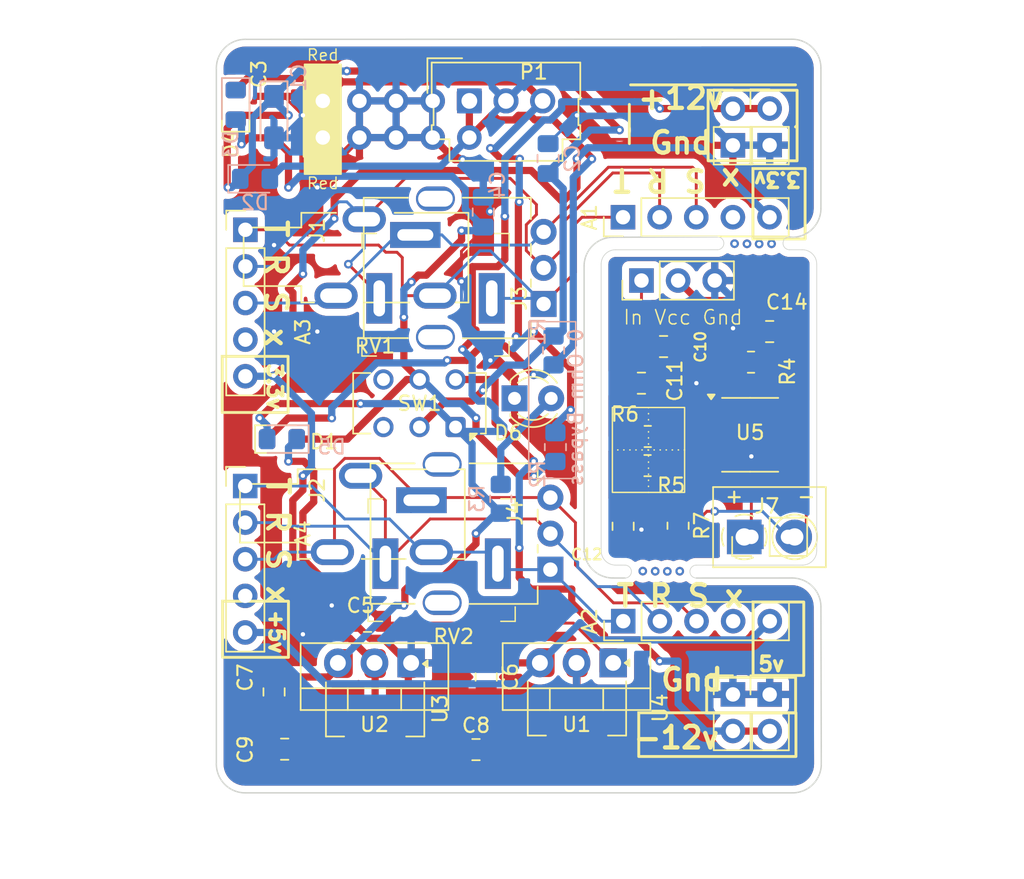
<source format=kicad_pcb>
(kicad_pcb (version 20240108) (generator "pcbnew") (generator_version "8.0")
  (layers (0 "F.Cu" signal) (31 "B.Cu" signal) (34 "B.Paste" user) (35 "F.Paste" user) (36 "B.SilkS" user "B.Silkscreen") (37 "F.SilkS" user "F.Silkscreen") (38 "B.Mask" user) (39 "F.Mask" user) (44 "Edge.Cuts" user))
  (net 0 "")
  (net 1 "+12v")
  (net 2 "Gnd")
  (net 3 "-12v")
  (net 4 "Net-(A1-Pin_1)")
  (net 5 "Net-(A1-Pin_3)")
  (net 6 "Net-(A1-Pin_2)")
  (net 7 "Net-(A2-Pin_2)")
  (net 8 "Net-(A2-Pin_3)")
  (net 9 "Net-(A2-Pin_1)")
  (net 10 "Net-(D5-K)")
  (net 11 "+5v")
  (net 12 "+3.3v")
  (net 13 "+12v bypass")
  (net 14 "-12v bypass")
  (net 19 "+12v clean")
  (net 20 "-12v clean")
  (net 21 "Net-(D6-A)")
  (net 24 "Net-(C10-Pad2)")
  (net 25 "AudioIn")
  (net 26 "AGnd")
  (net 27 "Net-(U5-Bypass)")
  (net 28 "VCC")
  (net 29 "Out+")
  (net 30 "Out-")
  (net 31 "Net-(R4-Pad2)")
  (net 32 "Net-(U5--In)")
  (net 33 "Net-(U5-+In)")
  (footprint "Capacitor_SMD:C_0805_2012Metric_Pad1.18x1.45mm_HandSolder" (layer "F.Cu") (at 79.003775 66.04)
    (property "Reference" "C10")
    (property "Value" "470n")
  )
  (footprint "CATs_Eurosynth:Power_2x5_Vertical" (layer "F.Cu") (at 65.54 49 -90)
    (property "Reference" "P2" (hide yes))
    (property "Value" "Power_2x5" (hide yes))
  )
  (footprint "Capacitor_SMD:C_0805_2012Metric_Pad1.18x1.45mm_HandSolder" (layer "F.Cu") (at 58.480949 85.100156 180)
    (property "Reference" "C5")
    (property "Value" "10uF")
  )
  (footprint "Resistor_SMD:R_0805_2012Metric_Pad1.20x1.40mm_HandSolder" (layer "F.Cu") (at 77.908606 72.278105 180)
    (property "Reference" "R6")
    (property "Value" "0 Ohm")
  )
  (footprint "Capacitor_SMD:C_0805_2012Metric_Pad1.18x1.45mm_HandSolder" (layer "F.Cu") (at 86.36 65 180)
    (property "Reference" "C14")
    (property "Value" "1uF")
  )
  (footprint "LED_THT:LED_D3.0mm" (layer "F.Cu") (at 68.6715 69.634025)
    (property "Reference" "D6")
    (property "Value" "LED")
  )
  (footprint "Package_TO_SOT_THT:TO-220-3_Vertical" (layer "F.Cu") (at 75.510324 87.983999 180)
    (property "Reference" "U1")
    (property "Value" "LM7805_TO220")
  )
  (footprint "Resistor_SMD:R_0805_2012Metric_Pad1.20x1.40mm_HandSolder" (layer "F.Cu") (at 77.895578 74.299061 180)
    (property "Reference" "R5")
    (property "Value" "0 Ohm")
  )
  (footprint "Resistor_SMD:R_0805_2012Metric_Pad1.20x1.40mm_HandSolder" (layer "F.Cu") (at 85.067497 67.121656)
    (property "Reference" "R4")
    (property "Value" "68k")
  )
  (footprint "Connector_PinHeader_2.54mm:PinHeader_1x03_P2.54mm_Vertical" (layer "F.Cu") (at 77.472723 61.46 90)
    (property "Reference" "J5" (hide yes))
    (property "Value" "Conn_01x03_Pin")
  )
  (footprint "Connector_Molex:Molex_SL_171971-0003_1x03_P2.54mm_Vertical" (layer "F.Cu") (at 65.54 49)
    (property "Reference" "P1")
    (property "Value" "Pocket Rack Power")
  )
  (footprint "0_Favorites:Jack_3.5mm_QingPu_WQP-PJ301CM" (layer "F.Cu") (at 63.018449 81.100156 90)
    (property "Reference" "J4")
    (property "Value" "AudioJack3")
  )
  (footprint "Capacitor_SMD:C_0805_2012Metric_Pad1.18x1.45mm_HandSolder" (layer "F.Cu") (at 76.2 78.5075 90)
    (property "Reference" "C12")
    (property "Value" "1uF")
  )
  (footprint "PersonalFootprints:Potentiometer_Vertical_Slimmer" (layer "F.Cu") (at 63.18826 60.585027 180)
    (property "Reference" "RV1")
    (property "Value" "any Ohm")
  )
  (footprint "Capacitor_SMD:C_0805_2012Metric_Pad1.18x1.45mm_HandSolder" (layer "F.Cu") (at 52.735343 93.968688 180)
    (property "Reference" "C9")
    (property "Value" "10uF")
  )
  (footprint "Diode_SMD:D_0805_2012Metric_Pad1.15x1.40mm_HandSolder" (layer "F.Cu") (at 52.54402 72.460861)
    (property "Reference" "D1")
    (property "Value" "D")
  )
  (footprint "Capacitor_Tantalum_SMD:CP_EIA-3216-10_Kemet-I_Pad1.58x1.35mm_HandSolder" (layer "F.Cu") (at 51.995534 50.121528 -90)
    (property "Reference" "C3")
    (property "Value" "1u")
  )
  (footprint "Package_TO_SOT_SMD:SOT-223-3_TabPin2" (layer "F.Cu") (at 59.006548 91.178448 -90)
    (property "Reference" "U3")
    (property "Value" "LD1117S33TR_SOT223")
  )
  (footprint "Connector_PinHeader_2.54mm:PinHeader_1x02_P2.54mm_Vertical" (layer "F.Cu") (at 86.357855 49.53)
    (property "Reference" "P9" (hide yes))
    (property "Value" "Conn_01x02_Pin")
  )
  (footprint "TerminalBlock_4Ucon:TerminalBlock_4Ucon_1x02_P3.50mm_Horizontal" (layer "F.Cu") (at 84.597376 79.246295)
    (property "Reference" "J7")
    (property "Value" "Conn_01x02_Pin")
  )
  (footprint "Connector_PinHeader_2.54mm:PinHeader_1x02_P2.54mm_Vertical" (layer "F.Cu") (at 83.81411 90.17)
    (property "Reference" "P8" (hide yes))
    (property "Value" "Conn_01x02_Pin")
  )
  (footprint "Connector_PinHeader_2.54mm:PinHeader_1x02_P2.54mm_Vertical" (layer "F.Cu") (at 86.36 90.176713)
    (property "Reference" "P10" (hide yes))
    (property "Value" "Conn_01x02_Pin")
  )
  (footprint "Capacitor_SMD:C_0805_2012Metric_Pad1.18x1.45mm_HandSolder" (layer "F.Cu") (at 52 90 -90)
    (property "Reference" "C7")
    (property "Value" "1uF")
  )
  (footprint "Connector_PinHeader_2.54mm:PinHeader_1x05_P2.54mm_Vertical" (layer "F.Cu") (at 76.191276 57.069118 90)
    (property "Reference" "A1")
    (property "Value" "Conn_01x05_Pin" (hide yes))
  )
  (footprint "Connector_PinHeader_2.54mm:PinHeader_1x02_P2.54mm_Vertical" (layer "F.Cu") (at 83.811276 49.540868)
    (property "Reference" "P7" (hide yes))
    (property "Value" "Conn_01x02_Pin")
  )
  (footprint "Connector_PinHeader_2.54mm:PinHeader_1x05_P2.54mm_Vertical" (layer "F.Cu") (at 50 75.714262)
    (property "Reference" "A4")
    (property "Value" "Conn_01x05_Pin")
  )
  (footprint "Connector_PinHeader_2.54mm:PinHeader_1x05_P2.54mm_Vertical" (layer "F.Cu") (at 76.208801 85.09 90)
    (property "Reference" "A2")
    (property "Value" "Conn_01x05_Pin" (hide yes))
  )
  (footprint "Connector_PinHeader_2.54mm:PinHeader_1x05_P2.54mm_Vertical" (layer "F.Cu") (at 50.013691 57.939292)
    (property "Reference" "A3")
    (property "Value" "Conn_01x05_Pin")
  )
  (footprint "Resistor_SMD:R_0805_2012Metric_Pad1.20x1.40mm_HandSolder" (layer "F.Cu") (at 80.01 78.47 -90)
    (property "Reference" "R7")
    (property "Value" "20k")
  )
  (footprint "Button_Switch_THT:SW_CK_JS202011CQN_DPDT_Straight" (layer "F.Cu") (at 64.582831 71.62468 180)
    (property "Reference" "SW1")
    (property "Value" "Power")
  )
  (footprint "Package_TO_SOT_SMD:SOT-223-3_TabPin2" (layer "F.Cu") (at 73 91.114264 -90)
    (property "Reference" "U4")
    (property "Value" "LM7805_TO220")
  )
  (footprint "Capacitor_SMD:C_0805_2012Metric_Pad1.18x1.45mm_HandSolder" (layer "F.Cu") (at 66.706548 88.9625 -90)
    (property "Reference" "C6")
    (property "Value" "100nF")
  )
  (footprint "Capacitor_SMD:C_0805_2012Metric_Pad1.18x1.45mm_HandSolder" (layer "F.Cu") (at 66 94)
    (property "Reference" "C8")
    (property "Value" "10uF")
  )
  (footprint "PersonalFootprints:Potentiometer_Vertical_Slimmer" (layer "F.Cu") (at 63.656922 79.013864 180)
    (property "Reference" "RV2")
    (property "Value" "any Ohm")
  )
  (footprint "Package_SO:SOP-8_3.9x4.9mm_P1.27mm" (layer "F.Cu") (at 85.005 72.16228)
    (property "Reference" "U5")
    (property "Value" "~")
  )
  (footprint "Package_TO_SOT_THT:TO-220-3_Vertical" (layer "F.Cu") (at 61.503159 87.983999 180)
    (property "Reference" "U2")
    (property "Value" "LD1117S33TR_SOT223")
  )
  (footprint "PersonalFootprints:Jack_3.5mm_TRS_Horizontal" (layer "F.Cu") (at 54.011109 62.859364 90)
    (property "Reference" "J1")
    (property "Value" "AudioJack3")
  )
  (footprint "Capacitor_SMD:C_0805_2012Metric_Pad1.18x1.45mm_HandSolder" (layer "F.Cu") (at 77.47 68.58)
    (property "Reference" "C11")
    (property "Value" "470n")
  )
  (footprint "0_Favorites:Jack_3.5mm_QingPu_WQP-PJ301CM" (layer "F.Cu") (at 62.592981 62.697583 90)
    (property "Reference" "J3")
    (property "Value" "AudioJack3")
  )
  (footprint "PersonalFootprints:Jack_3.5mm_TRS_Horizontal" (layer "F.Cu") (at 53.76 80.65 90)
    (property "Reference" "J2")
    (property "Value" "AudioJack3")
  )
  (footprint "Connector_PinHeader_2.54mm:PinHeader_1x02_P2.54mm_Vertical" (layer "F.Cu") (at 85.09 79.240686 90)
    (property "Reference" "J6" (hide yes))
    (property "Value" "Conn_01x02_Pin")
  )
  (footprint "Diode_SMD:D_0805_2012Metric_Pad1.15x1.40mm_HandSolder" (layer "F.Cu") (at 49.342599 49.273883 90)
    (property "Reference" "D4")
    (property "Value" "D")
  )
  (footprint "Diode_SMD:D_0805_2012Metric_Pad1.15x1.40mm_HandSolder" (layer "B.Cu") (at 52.54402 72.460861 180)
    (property "Reference" "D5")
    (property "Value" "D")
  )
  (footprint "Capacitor_SMD:C_0805_2012Metric_Pad1.18x1.45mm_HandSolder" (layer "B.Cu") (at 71 53 90)
    (property "Reference" "C2")
    (property "Value" "100n")
  )
  (footprint "Capacitor_Tantalum_SMD:CP_EIA-3216-10_Kemet-I_Pad1.58x1.35mm_HandSolder" (layer "B.Cu") (at 51.995534 50.121528 -90)
    (property "Reference" "C1")
    (property "Value" "1u")
  )
  (footprint "Diode_SMD:D_0805_2012Metric_Pad1.15x1.40mm_HandSolder" (layer "B.Cu") (at 49.342599 49.273883 -90)
    (property "Reference" "D3")
    (property "Value" "D")
  )
  (footprint "Diode_SMD:D_0805_2012Metric_Pad1.15x1.40mm_HandSolder" (layer "B.Cu") (at 50.681664 54.405004)
    (property "Reference" "D2")
    (property "Value" "D")
  )
  (footprint "Resistor_SMD:R_0805_2012Metric_Pad1.20x1.40mm_HandSolder" (layer "B.Cu") (at 67.718449 76.600156 -90)
    (property "Reference" "R3")
    (property "Value" "1k")
  )
  (footprint "Resistor_SMD:R_0805_2012Metric_Pad1.20x1.40mm_HandSolder" (layer "B.Cu") (at 71.378594 66.309837 90)
    (property "Reference" "R1")
    (property "Value" "0 Ohm Bypass" (hide yes))
  )
  (footprint "Resistor_SMD:R_0805_2012Metric_Pad1.20x1.40mm_HandSolder" (layer "B.Cu") (at 71.506398 73.015774 -90)
    (property "Reference" "R2")
    (property "Value" "0 Ohm Bypass")
  )
  (footprint "Capacitor_SMD:C_0805_2012Metric_Pad1.18x1.45mm_HandSolder" (layer "B.Cu") (at 66.507112 56.716062 -90)
    (property "Reference" "C4")
    (property "Value" "100n")
  )
  (gr_rect (start 69.658581 64.315335) (end 72.91323 75.196897) (stroke (width 0.1)) (fill none) (layer "B.SilkS"))
  (gr_line (start 76.723201 47.886045) (end 88.151852 47.886045) (stroke (width 0.2)) (layer "F.SilkS"))
  (gr_rect (start 48.431598 83.705189) (end 52.9983 87.598641) (stroke (width 0.2)) (fill none) (layer "F.SilkS"))
  (gr_rect (start 82.094221 48.26) (end 88.261872 53.153452) (stroke (width 0.2)) (fill none) (layer "F.SilkS"))
  (gr_line (start 80.462576 73.211516) (end 75.455949 73.211516) (stroke (width 0.1) (type dot)) (layer "F.SilkS"))
  (gr_line (start 88.151852 50.802983) (end 88.251852 50.702983) (stroke (width 0.2)) (layer "F.SilkS"))
  (gr_rect (start 75.455949 70.267306) (end 80.462576 76.155726) (stroke (width 0.1)) (fill none) (layer "F.SilkS"))
  (gr_rect (start 85.201602 53.692885) (end 88.817175 58.576748) (stroke (width 0.2)) (fill none) (layer "F.SilkS"))
  (gr_rect (start 81.992349 88.984244) (end 88.16 91.451713) (stroke (width 0.2)) (fill none) (layer "F.SilkS"))
  (gr_rect (start 77.28411 91.445) (end 88.181761 94.476702) (stroke (width 0.2)) (fill none) (layer "F.SilkS"))
  (gr_rect (start 48.406178 66.720279) (end 52.97288 70.613731) (stroke (width 0.2)) (fill none) (layer "F.SilkS"))
  (gr_rect (start 85.210326 83.76) (end 88.723831 88.854466) (stroke (width 0.2)) (fill none) (layer "F.SilkS"))
  (gr_line (start 77.959263 70.267306) (end 77.959262 76.155726) (stroke (width 0.1) (type dot)) (layer "F.SilkS"))
  (gr_line (start 76.631925 51.962115) (end 76.631925 49.245177) (stroke (width 0.2)) (layer "F.SilkS"))
  (gr_arc (start 87.735436 59.3238) (mid 87.2874 58.8757) (end 87.735436 58.42752) (stroke (width 0.05)) (layer "Edge.Cuts"))
  (gr_line (start 75.494801 82.095276) (end 76.326101 82.09814) (stroke (width 0.1)) (layer "Edge.Cuts"))
  (gr_arc (start 88.623576 59.324724) (mid 89.33069 59.61761) (end 89.623576 60.324724) (stroke (width 0.05)) (layer "Edge.Cuts"))
  (gr_line (start 87.735436 59.3238) (end 88.623576 59.324724) (stroke (width 0.05)) (layer "Edge.Cuts"))
  (gr_line (start 75.678377 59.324724) (end 82.735436 59.323799) (stroke (width 0.05)) (layer "Edge.Cuts"))
  (gr_line (start 87.939786 97) (end 50 97) (stroke (width 0.1)) (layer "Edge.Cuts"))
  (gr_line (start 76.326101 81.201862) (end 75.678377 81.2) (stroke (width 0.05)) (layer "Edge.Cuts"))
  (gr_arc (start 74.678377 60.324724) (mid 74.971266 59.617629) (end 75.678377 59.324724) (stroke (width 0.05)) (layer "Edge.Cuts"))
  (gr_line (start 88.623576 81.2) (end 81.28 81.201861) (stroke (width 0.05)) (layer "Edge.Cuts"))
  (gr_arc (start 89.914 56.46) (mid 89.328184 57.874184) (end 87.914 58.46) (stroke (width 0.1)) (layer "Edge.Cuts"))
  (gr_line (start 89.623576 60.324724) (end 89.623576 80.2) (stroke (width 0.05)) (layer "Edge.Cuts"))
  (gr_line (start 89.913014 46.720606) (end 89.914 56.46) (stroke (width 0.1)) (layer "Edge.Cuts"))
  (gr_line (start 50 44.73) (end 87.913014 44.720606) (stroke (width 0.1)) (layer "Edge.Cuts"))
  (gr_line (start 73.494801 60.46) (end 73.494801 80.095276) (stroke (width 0.1)) (layer "Edge.Cuts"))
  (gr_arc (start 87.914 82.095276) (mid 89.328222 82.681061) (end 89.914 84.095276) (stroke (width 0.1)) (layer "Edge.Cuts"))
  (gr_arc (start 82.735436 58.427521) (mid 83.183679 58.8757) (end 82.735436 59.323799) (stroke (width 0.05)) (layer "Edge.Cuts"))
  (gr_arc (start 89.623576 80.2) (mid 89.330683 80.907107) (end 88.623576 81.2) (stroke (width 0.05)) (layer "Edge.Cuts"))
  (gr_line (start 74.678376 80.2) (end 74.678377 60.324724) (stroke (width 0.05)) (layer "Edge.Cuts"))
  (gr_line (start 48 95) (end 48 46.73) (stroke (width 0.1)) (layer "Edge.Cuts"))
  (gr_arc (start 50 97) (mid 48.585786 96.414214) (end 48 95) (stroke (width 0.1)) (layer "Edge.Cuts"))
  (gr_arc (start 81.28 82.098141) (mid 80.831834 81.65) (end 81.28 81.201861) (stroke (width 0.05)) (layer "Edge.Cuts"))
  (gr_arc (start 89.939786 95) (mid 89.353999 96.414209) (end 87.939786 97) (stroke (width 0.1)) (layer "Edge.Cuts"))
  (gr_line (start 82.735436 58.427521) (end 75.494801 58.46) (stroke (width 0.1)) (layer "Edge.Cuts"))
  (gr_line (start 89.914 84.095276) (end 89.939786 95) (stroke (width 0.1)) (layer "Edge.Cuts"))
  (gr_arc (start 75.678377 81.2) (mid 74.97127 80.907107) (end 74.678376 80.2) (stroke (width 0.05)) (layer "Edge.Cuts"))
  (gr_arc (start 76.326101 81.201862) (mid 76.774214 81.65) (end 76.326101 82.09814) (stroke (width 0.05)) (layer "Edge.Cuts"))
  (gr_arc (start 48 46.73) (mid 48.585786 45.315786) (end 50 44.73) (stroke (width 0.1)) (layer "Edge.Cuts"))
  (gr_arc (start 73.494801 60.46) (mid 74.080587 59.045787) (end 75.494801 58.46) (stroke (width 0.1)) (layer "Edge.Cuts"))
  (gr_arc (start 75.494801 82.095276) (mid 74.080587 81.50949) (end 73.494801 80.095276) (stroke (width 0.1)) (layer "Edge.Cuts"))
  (gr_line (start 87.914 58.46) (end 87.735436 58.42752) (stroke (width 0.1)) (layer "Edge.Cuts"))
  (gr_arc (start 87.913014 44.720606) (mid 89.327216 45.306398) (end 89.913014 46.720606) (stroke (width 0.1)) (layer "Edge.Cuts"))
  (gr_line (start 81.28 82.098141) (end 87.914 82.095276) (stroke (width 0.1)) (layer "Edge.Cuts"))
  (gr_text "In Vcc Gnd" (at 76.141789 64.598159 0) (layer "F.SilkS") (effects (font (size 1 1) (thickness 0.1)) (justify left bottom)))
  (gr_text "3.3v" (at 51.451038 67.087385 270) (layer "F.SilkS") (effects (font (size 1 1) (thickness 0.25) (bold yes)) (justify left bottom)))
  (gr_text "x S R T" (at 84.458464 53.604609 180) (layer "F.SilkS") (effects (font (size 1.5 1.5) (thickness 0.3) (bold yes)) (justify left bottom)))
  (gr_text "+12v" (at 77.078202 49.682586 0) (layer "F.SilkS") (effects (font (size 1.5 1.5) (thickness 0.3) (bold yes)) (justify left bottom)))
  (gr_text "Gnd" (at 78.664741 90.034415 0) (layer "F.SilkS") (effects (font (size 1.5 1.5) (thickness 0.3) (bold yes)) (justify left bottom)))
  (gr_text "-12v" (at 76.765322 94.046902 0) (layer "F.SilkS") (effects (font (size 1.5 1.5) (thickness 0.3) (bold yes)) (justify left bottom)))
  (gr_text "T R S x" (at 51.258467 57.103994 270) (layer "F.SilkS") (effects (font (size 1.5 1.5) (thickness 0.3) (bold yes)) (justify left bottom)))
  (gr_text "5v" (at 85.450103 88.652549 0) (layer "F.SilkS") (effects (font (size 1 1) (thickness 0.25) (bold yes)) (justify left bottom)))
  (gr_text "+" (at 83.183576 77 0) (layer "F.SilkS") (effects (font (size 1 1)) (justify left bottom)))
  (gr_text "T R S x" (at 51.393078 74.956763 270) (layer "F.SilkS") (effects (font (size 1.5 1.5) (thickness 0.3) (bold yes)) (justify left bottom)))
  (gr_text "Gnd" (at 77.909812 52.786344 0) (layer "F.SilkS") (effects (font (size 1.5 1.5) (thickness 0.3) (bold yes)) (justify left bottom)))
  (gr_text "-" (at 88.183576 77 0) (layer "F.SilkS") (effects (font (size 1 1)) (justify left bottom)))
  (gr_text "+5v" (at 51.583546 84.180904 -90) (layer "F.SilkS") (effects (font (size 1 1) (thickness 0.25) (bold yes)) (justify left bottom)))
  (gr_text "T R S x" (at 75.582836 84.220751 0) (layer "F.SilkS") (effects (font (size 1.5 1.5) (thickness 0.3) (bold yes)) (justify left bottom)))
  (gr_text "3.3v" (at 88.627878 53.863252 180) (layer "F.SilkS") (effects (font (size 1 1) (thickness 0.25) (bold yes)) (justify left bottom)))
  (via (at 84.788701 58.912857) (size 0.6) (drill 0.3) (layers "F.Cu" "B.Cu") (net 0))
  (via (at 77.562583 81.617045) (size 0.6) (drill 0.3) (layers "F.Cu" "B.Cu") (net 0))
  (via (at 86.491374 58.912857) (size 0.6) (drill 0.3) (layers "F.Cu" "B.Cu") (net 0))
  (via (at 80.126801 81.625211) (size 0.6) (drill 0.3) (layers "F.Cu" "B.Cu") (net 0))
  (via (at 78.424128 81.625211) (size 0.6) (drill 0.3) (layers "F.Cu" "B.Cu") (net 0))
  (via (at 79.265257 81.633378) (size 0.6) (drill 0.3) (layers "F.Cu" "B.Cu") (net 0))
  (via (at 85.62983 58.921024) (size 0.6) (drill 0.3) (layers "F.Cu" "B.Cu") (net 0))
  (via (at 83.927156 58.904691) (size 0.6) (drill 0.3) (layers "F.Cu" "B.Cu") (net 0))
  (segment (start 61.068449 83.931551) (end 61 84) (width 0.5) (layer "F.Cu") (net 1))
  (segment (start 66 65.306172) (end 66 64.897583) (width 0.5) (layer "F.Cu") (net 1))
  (segment (start 65.056171 66.250001) (end 66 65.306172) (width 0.5) (layer "F.Cu") (net 1))
  (segment (start 55.772496 88.9625) (end 56.706548 88.028448) (width 0.5) (layer "F.Cu") (net 1))
  (segment (start 52 88.9625) (end 55.772496 88.9625) (width 0.5) (layer "F.Cu") (net 1))
  (segment (start 86.357855 49.53) (end 83.822144 49.53) (width 0.5) (layer "F.Cu") (net 1))
  (segment (start 83.822144 49.53) (end 83.811276 49.540868) (width 0.2) (layer "F.Cu") (net 1))
  (segment (start 51 71) (end 52 70) (width 0.5) (layer "F.Cu") (net 1))
  (segment (start 66 79) (end 66 79.713188) (width 0.5) (layer "F.Cu") (net 1))
  (segment (start 65.742981 64.897583) (end 65.742981 60.497583) (width 0.5) (layer "F.Cu") (net 1))
  (segment (start 66 64.897583) (end 65.742981 64.897583) (width 0.5) (layer "F.Cu") (net 1))
  (segment (start 65.742981 60.497583) (end 67.502417 60.497583) (width 0.5) (layer "F.Cu") (net 1))
  (segment (start 66 79.713188) (end 63.713188 82) (width 0.5) (layer "F.Cu") (net 1))
  (segment (start 63.713188 82) (end 62 82) (width 0.5) (layer "F.Cu") (net 1))
  (segment (start 67.502417 60.497583) (end 68 60) (width 0.5) (layer "F.Cu") (net 1))
  (segment (start 62 82) (end 61.068449 82.931551) (width 0.5) (layer "F.Cu") (net 1))
  (segment (start 61.068449 82.931551) (end 61.068449 83.931551) (width 0.5) (layer "F.Cu") (net 1))
  (segment (start 78.74 49.53) (end 83.822144 49.53) (width 0.5) (layer "F.Cu") (net 1))
  (segment (start 52 70) (end 58 70) (width 0.5) (layer "F.Cu") (net 1))
  (segment (start 68 60) (end 68 57) (width 0.5) (layer "F.Cu") (net 1))
  (via (at 65.056171 66.250001) (size 0.6) (drill 0.3) (layers "F.Cu" "B.Cu") (net 1))
  (via (at 51 71) (size 0.6) (drill 0.3) (layers "F.Cu" "B.Cu") (net 1))
  (via (at 68 57) (size 0.6) (drill 0.3) (layers "F.Cu" "B.Cu") (net 1))
  (via (at 78.74 49.53) (size 0.6) (drill 0.3) (layers "F.Cu" "B.Cu") (net 1))
  (via (at 58 70) (size 0.6) (drill 0.3) (layers "F.Cu" "B.Cu") (net 1))
  (via (at 66 79) (size 0.6) (drill 0.3) (layers "F.Cu" "B.Cu") (net 1))
  (via (at 61 84) (size 0.6) (drill 0.3) (layers "F.Cu" "B.Cu") (net 1))
  (segment (start 61 84) (end 60.407158 84) (width 0.5) (layer "B.Cu") (net 1))
  (segment (start 67.3215 70.3215) (end 67.3215 70.984025) (width 0.5) (layer "B.Cu") (net 1))
  (segment (start 78.27 49.06) (end 78.74 49.53) (width 0.5) (layer "B.Cu") (net 1))
  (segment (start 71.166762 50.32) (end 71.94 49.546762) (width 0.5) (layer "B.Cu") (net 1))
  (segment (start 64.582831 71.62468) (end 65.726922 72.768771) (width 0.5) (layer "B.Cu") (net 1))
  (segment (start 67.399844 77.600156) (end 66 79) (width 0.5) (layer "B.Cu") (net 1))
  (segment (start 51.51902 72.460861) (end 51.51902 71.51902) (width 0.5) (layer "B.Cu") (net 1))
  (segment (start 64.885938 71.927787) (end 64.582831 71.62468) (width 0.5) (layer "B.Cu") (net 1))
  (segment (start 67.718449 77.600156) (end 67.399844 77.600156) (width 0.5) (layer "B.Cu") (net 1))
  (segment (start 51.51902 71.51902) (end 51 71) (width 0.5) (layer "B.Cu") (net 1))
  (segment (start 65.732831 69.385341) (end 66.17217 69.82468) (width 0.5) (layer "B.Cu") (net 1))
  (segment (start 65.726922 75.608629) (end 67.718449 77.600156) (width 0.5) (layer "B.Cu") (net 1))
  (segment (start 58 70) (end 62.958151 70) (width 0.5) (layer "B.Cu") (net 1))
  (segment (start 77 49.06) (end 78.27 49.06) (width 0.5) (layer "B.Cu") (net 1))
  (segment (start 68 53) (end 70.68 50.32) (width 0.5) (layer "B.Cu") (net 1))
  (segment (start 65.056171 66.250001) (end 65.732831 66.926661) (width 0.5) (layer "B.Cu") (net 1))
  (segment (start 65.732831 66.926661) (end 65.732831 69.385341) (width 0.5) (layer "B.Cu") (net 1))
  (segment (start 68 57) (end 68 53) (width 0.5) (layer "B.Cu") (net 1))
  (segment (start 67.3215 70.984025) (end 67.927787 71.590312) (width 0.5) (layer "B.Cu") (net 1))
  (segment (start 70.68 50.32) (end 71.166762 50.32) (width 0.5) (layer "B.Cu") (net 1))
  (segment (start 71.94 49.06) (end 77 49.06) (width 0.5) (layer "B.Cu") (net 1))
  (segment (start 66.17217 69.82468) (end 66.82468 69.82468) (width 0.5) (layer "B.Cu") (net 1))
  (segment (start 60.407158 84) (end 56.423159 87.983999) (width 0.5) (layer "B.Cu") (net 1))
  (segment (start 62.958151 70) (end 64.582831 71.62468) (width 0.5) (layer "B.Cu") (net 1))
  (segment (start 66.82468 69.82468) (end 67.3215 70.3215) (width 0.5) (layer "B.Cu") (net 1))
  (segment (start 65.726922 72.768771) (end 65.726922 75.608629) (width 0.5) (layer "B.Cu") (net 1))
  (segment (start 67.927787 71.590312) (end 67.927787 71.927787) (width 0.5) (layer "B.Cu") (net 1))
  (segment (start 67.927787 71.927787) (end 64.885938 71.927787) (width 0.5) (layer "B.Cu") (net 1))
  (segment (start 71.94 49.546762) (end 71.94 49.06) (width 0.5) (layer "B.Cu") (net 1))
  (segment (start 56 84) (end 56.343293 84) (width 0.5) (layer "F.Cu") (net 2))
  (segment (start 50.695266 88.304734) (end 51.825738 87.174262) (width 0.5) (layer "F.Cu") (net 2))
  (segment (start 52.684028 48.684028) (end 51.995534 48.684028) (width 0.2) (layer "F.Cu") (net 2))
  (segment (start 72.970324 94.234588) (end 73 94.264264) (width 0.2) (layer "F.Cu") (net 2))
  (segment (start 55 66.098199) (end 55 65) (width 0.5) (layer "F.Cu") (net 2))
  (segment (start 52.098199 69) (end 55 66.098199) (width 0.5) (layer "F.Cu") (net 2))
  (segment (start 59.553256 86.275156) (end 61.306548 88.028448) (width 0.5) (layer "F.Cu") (net 2))
  (segment (start 68.6715 69.634025) (end 68.6715 68.6715) (width 0.2) (layer "F.Cu") (net 2))
  (segment (start 64.992981 59.425401) (end 66.986471 57.431911) (width 0.2) (layer "F.Cu") (net 2))
  (segment (start 52 65) (end 52 59) (width 0.5) (layer "F.Cu") (net 2))
  (segment (start 68.6715 68.6715) (end 67 67) (width 0.2) (layer "F.Cu") (net 2))
  (segment (start 66.986471 57.431911) (end 66.986471 56.666062) (width 0.2) (layer "F.Cu") (net 2))
  (segment (start 74.67 51.67) (end 81.682144 51.67) (width 0.2) (layer "F.Cu") (net 2))
  (segment (start 52.825738 87.174262) (end 54 86) (width 0.5) (layer "F.Cu") (net 2))
  (segment (start 77.094264 90.17) (end 83.81411 90.17) (width 0.5) (layer "F.Cu") (net 2))
  (segment (start 58.618449 86.275156) (end 59.553256 86.275156) (width 0.5) (layer "F.Cu") (net 2))
  (segment (start 51.825738 87.174262) (end 52.825738 87.174262) (width 0.5) (layer "F.Cu") (net 2))
  (segment (start 72.970324 87.983999) (end 72.970324 94.234588) (width 0.5) (layer "F.Cu") (net 2))
  (segment (start 56.343293 84) (end 57.443449 85.100156) (width 0.5) (layer "F.Cu") (net 2))
  (segment (start 81.682144 51.67) (end 82.093012 52.080868) (width 0.2) (layer "F.Cu") (net 2))
  (segment (start 54 86) (end 51.3 83.3) (width 0.5) (layer "F.Cu") (net 2))
  (segment (start 52 91.0375) (end 50.695266 89.732766) (width 0.5) (layer "F.Cu") (net 2))
  (segment (start 57.443449 85.100156) (end 58.618449 86.275156) (width 0.5) (layer "F.Cu") (net 2))
  (segment (start 50.25 73.25) (end 50.25 70.689339) (width 0.5) (layer "F.Cu") (net 2))
  (segment (start 73 94.264264) (end 77.094264 90.17) (width 0.5) (layer "F.Cu") (net 2))
  (segment (start 83.81411 90.17) (end 86.353287 90.17) (width 0.5) (layer "F.Cu") (net 2))
  (segment (start 51.3 83.3) (end 51.3 74.3) (width 0.5) (layer "F.Cu") (net 2))
  (segment (start 64.530331 53.070331) (end 63 51.54) (width 0.5) (layer "F.Cu") (net 2))
  (segment (start 50.695266 89.732766) (end 50.695266 88.304734) (width 0.5) (layer "F.Cu") (net 2))
  (segment (start 73 50) (end 74.67 51.67) (width 0.2) (layer "F.Cu") (net 2))
  (segment (start 55 55) (end 55 54.46) (width 0.5) (layer "F.Cu") (net 2))
  (segment (start 50.25 70.689339) (end 51.939339 69) (width 0.5) (layer "F.Cu") (net 2))
  (segment (start 55 54.46) (end 57.92 51.54) (width 0.5) (layer "F.Cu") (net 2))
  (segment (start 65.070331 53.070331) (end 64.530331 53.070331) (width 0.5) (layer "F.Cu") (net 2))
  (segment (start 54 50) (end 52.684028 48.684028) (width 0.2) (layer "F.Cu") (net 2))
  (segment (start 51.939339 69) (end 52.098199 69) (width 0.5) (layer "F.Cu") (net 2))
  (segment (start 51.3 74.3) (end 50.25 73.25) (width 0.5) (layer "F.Cu") (net 2))
  (segment (start 82.093012 52.080868) (end 83.811276 52.080868) (width 0.2) (layer "F.Cu") (net 2))
  (segment (start 64.992981 61.520019) (end 64.992981 59.425401) (width 0.2) (layer "F.Cu") (net 2))
  (via (at 52 65) (size 0.6) (drill 0.3) (layers "F.Cu" "B.Cu") (net 2))
  (via (at 73 50) (size 0.6) (drill 0.3) (layers "F.Cu" "B.Cu") (net 2))
  (via (at 54 86) (size 0.6) (drill 0.3) (layers "F.Cu" "B.Cu") (net 2))
  (via (at 67 67) (size 0.6) (drill 0.3) (layers "F.Cu" "B.Cu") (net 2))
  (via (at 64.992981 61.520019) (size 0.6) (drill 0.3) (layers "F.Cu" "B.Cu") (net 2))
  (via (at 55 55) (size 0.6) (drill 0.3) (layers "F.Cu" "B.Cu") (net 2))
  (via (at 65.070331 53.070331) (size 0.6) (drill 0.3) (layers "F.Cu" "B.Cu") (net 2))
  (via (at 52 59) (size 0.6) (drill 0.3) (layers "F.Cu" "B.Cu") (net 2))
  (via (at 66.986471 56.666062) (size 0.6) (drill 0.3) (layers "F.Cu" "B.Cu") (net 2))
  (via (at 55 65) (size 0.6) (drill 0.3) (layers "F.Cu" "B.Cu") (net 2))
  (via (at 54 50) (size 0.6) (drill 0.3) (layers "F.Cu" "B.Cu") (net 2))
  (via (at 56 84) (size 0.6) (drill 0.3) (layers "F.Cu" "B.Cu") (net 2))
  (segment (start 66.507112 55.678562) (end 66.507112 54.507112) (width 0.5) (layer "B.Cu") (net 2))
  (segment (start 66.507112 54.507112) (end 65.070331 53.070331) (width 0.5) (layer "B.Cu") (net 2))
  (segment (start 55 56) (end 55 55) (width 0.5) (layer "B.Cu") (net 2))
  (segment (start 64.992981 64) (end 64.992981 61.520019) (width 0.2) (layer "B.Cu") (net 2))
  (segment (start 51.995534 51.559028) (end 52.440972 51.559028) (width 0.2) (layer "B.Cu") (net 2))
  (segment (start 53.126506 52.69) (end 56.77 52.69) (width 0.2) (layer "B.Cu") (net 2))
  (segment (start 67 66.007019) (end 64.992981 64) (width 0.2) (layer "B.Cu") (net 2))
  (segment (start 68.08 49) (end 69.4 47.68) (width 0.5) (layer "B.Cu") (net 2))
  (segment (start 66.986471 56.157921) (end 66.507112 55.678562) (width 0.2) (layer "B.Cu") (net 2))
  (segment (start 81.950408 47.68) (end 81.950408 50.22) (width 0.5) (layer "B.Cu") (net 2))
  (segment (start 72.9625 50) (end 73 50) (width 0.2) (layer "B.Cu") (net 2))
  (segment (start 56.77 52.69) (end 57.92 51.54) (width 0.2) (layer "B.Cu") (net 2))
  (segment (start 52.440972 51.559028) (end 54 50) (width 0.2) (layer "B.Cu") (net 2))
  (segment (start 86.357855 52.07) (end 83.822144 52.07) (width 0.5) (layer "B.Cu") (net 2))
  (segment (start 52 59) (end 55 56) (width 0.5) (layer "B.Cu") (net 2))
  (segment (start 55 65) (end 52 65) (width 0.5) (layer "B.Cu") (net 2))
  (segment (start 67 67) (end 67 66.007019) (width 0.2) (layer "B.Cu") (net 2))
  (segment (start 71 51.9625) (end 72.9625 50) (width 0.2) (layer "B.Cu") (net 2))
  (segment (start 69.4 47.68) (end 81.950408 47.68) (width 0.5) (layer "B.Cu") (net 2))
  (segment (start 81.950408 50.22) (end 83.811276 52.080868) (width 0.5) (layer "B.Cu") (net 2))
  (segment (start 66.986471 56.666062) (end 66.986471 56.157921) (width 0.2) (layer "B.Cu") (net 2))
  (segment (start 54 86) (end 56 84) (width 0.5) (layer "B.Cu") (net 2))
  (segment (start 51.995534 51.559028) (end 53.126506 52.69) (width 0.2) (layer "B.Cu") (net 2))
  (segment (start 85.096713 92.716713) (end 85.09 92.71) (width 0.5) (layer "F.Cu") (net 3))
  (segment (start 77.269918 86.39) (end 74.908801 86.39) (width 0.5) (layer "F.Cu") (net 3))
  (segment (start 72.637043 82.863864) (end 69.806922 82.863864) (width 0.5) (layer "F.Cu") (net 3))
  (segment (start 70 74) (end 67.3215 71.3215) (width 0.5) (layer "F.Cu") (net 3))
  (segment (start 74.908801 86.09) (end 72.637043 83.818242) (width 0.5) (layer "F.Cu") (net 3))
  (segment (start 86.36 92.716713) (end 83.820823 92.716713) (width 0.5) (layer "F.Cu") (net 3))
  (segment (start 72.637043 83.818242) (end 72.637043 82.863864) (width 0.5) (layer "F.Cu") (net 3))
  (segment (start 67.3215 71.3215) (end 67.3215 68.32468) (width 0.5) (layer "F.Cu") (net 3))
  (segment (start 67.3215 68.32468) (end 64.582831 68.32468) (width 0.5) (layer "F.Cu") (net 3))
  (segment (start 74.908801 86.39) (end 74.908801 86.09) (width 0.5) (layer "F.Cu") (net 3))
  (segment (start 69.806922 82.863864) (end 69 82.056942) (width 0.5) (layer "F.Cu") (net 3))
  (segment (start 69 82.056942) (end 69 80) (width 0.5) (layer "F.Cu") (net 3))
  (segment (start 78.74 87.860082) (end 77.269918 86.39) (width 0.5) (layer "F.Cu") (net 3))
  (via (at 70 74) (size 0.6) (drill 0.3) (layers "F.Cu" "B.Cu") (net 3))
  (via (at 69 80) (size 0.6) (drill 0.3) (layers "F.Cu" "B.Cu") (net 3))
  (via (at 78.74 87.860082) (size 0.6) (drill 0.3) (layers "F.Cu" "B.Cu") (net 3))
  (segment (start 69 80) (end 69 75) (width 0.5) (layer "B.Cu") (net 3))
  (segment (start 69 75) (end 70 74) (width 0.5) (layer "B.Cu") (net 3))
  (segment (start 81.915 92.71) (end 83.81411 92.71) (width 0.5) (layer "B.Cu") (net 3))
  (segment (start 80.01 87.860082) (end 80.01 90.805) (width 0.5) (layer "B.Cu") (net 3))
  (segment (start 80.01 87.860082) (end 78.74 87.860082) (width 0.5) (layer "B.Cu") (net 3))
  (segment (start 80.01 90.805) (end 81.915 92.71) (width 0.5) (layer "B.Cu") (net 3))
  (segment (start 63.155109 62.509364) (end 60.891109 62.509364) (width 0.2) (layer "F.Cu") (net 4))
  (segment (start 59.742981 59.497583) (end 59.245398 59) (width 0.2) (layer "F.Cu") (net 4))
  (segment (start 52.008957 57.939292) (end 50.013691 57.939292) (width 0.2) (layer "F.Cu") (net 4))
  (segment (start 53.069665 59) (end 52.008957 57.939292) (width 0.2) (layer "F.Cu") (net 4))
  (segment (start 59.245398 59) (end 53.069665 59) (width 0.2) (layer "F.Cu") (net 4))
  (segment (start 76.191276 57.069118) (end 73.349596 57.069118) (width 0.2) (layer "F.Cu") (net 4))
  (segment (start 72.894801 57.523913) (end 72.894801 60.878486) (width 0.2) (layer "F.Cu") (net 4))
  (segment (start 60.891109 59.868236) (end 60.520456 59.497583) (width 0.2) (layer "F.Cu") (net 4))
  (segment (start 73.349596 57.069118) (end 72.894801 57.523913) (width 0.2) (layer "F.Cu") (net 4))
  (segment (start 60.520456 59.497583) (end 59.742981 59.497583) (width 0.2) (layer "F.Cu") (net 4))
  (segment (start 60.891109 62.509364) (end 60.891109 59.868236) (width 0.2) (layer "F.Cu") (net 4))
  (segment (start 72.894801 60.878486) (end 70.68826 63.085027) (width 0.2) (layer "F.Cu") (net 4))
  (segment (start 67.003233 59.4) (end 70.68826 63.085027) (width 0.2) (layer "B.Cu") (net 4))
  (segment (start 67.092981 62.697583) (end 70.300816 62.697583) (width 0.2) (layer "B.Cu") (net 4))
  (segment (start 63.155109 62.509364) (end 66.264473 59.4) (width 0.2) (layer "B.Cu") (net 4))
  (segment (start 66.264473 59.4) (end 67.003233 59.4) (width 0.2) (layer "B.Cu") (net 4))
  (segment (start 70.300816 62.697583) (end 70.68826 63.085027) (width 0.2) (layer "B.Cu") (net 4))
  (segment (start 81.008172 53.6) (end 81.271276 53.863104) (width 0.2) (layer "F.Cu") (net 5))
  (segment (start 81.271276 53.863104) (end 81.271276 57.069118) (width 0.2) (layer "F.Cu") (net 5))
  (segment (start 75.177818 53.6) (end 81.008172 53.6) (width 0.2) (layer "F.Cu") (net 5))
  (segment (start 70.68826 58.085027) (end 70.692791 58.085027) (width 0.2) (layer "F.Cu") (net 5))
  (segment (start 70.692791 58.085027) (end 75.177818 53.6) (width 0.2) (layer "F.Cu") (net 5))
  (segment (start 61.792981 58.297583) (end 63.638147 58.297583) (width 0.2) (layer "B.Cu") (net 5))
  (segment (start 50.013691 63.019292) (end 55.787181 63.019292) (width 0.2) (layer "B.Cu") (net 5))
  (segment (start 60.50889 58.297583) (end 61.792981 58.297583) (width 0.2) (layer "B.Cu") (net 5))
  (segment (start 55.787181 63.019292) (end 56.297109 62.509364) (width 0.2) (layer "B.Cu") (net 5))
  (segment (start 63.638147 58.297583) (end 64.340564 59) (width 0.2) (layer "B.Cu") (net 5))
  (segment (start 64.340564 59) (end 69.773287 59) (width 0.2) (layer "B.Cu") (net 5))
  (segment (start 69.773287 59) (end 70.68826 58.085027) (width 0.2) (layer "B.Cu") (net 5))
  (segment (start 56.297109 62.509364) (end 60.50889 58.297583) (width 0.2) (layer "B.Cu") (net 5))
  (segment (start 70.191203 56.191203) (end 70.191203 56.885027) (width 0.2) (layer "F.Cu") (net 6))
  (segment (start 59.292981 62.467981) (end 57.15 60.325) (width 0.2) (layer "F.Cu") (net 6))
  (segment (start 70.191203 56.885027) (end 69.48826 57.58797) (width 0.2) (layer "F.Cu") (net 6))
  (segment (start 69.48826 59.385027) (end 70.68826 60.585027) (width 0.2) (layer "F.Cu") (net 6))
  (segment (start 61.085446 54.375027) (end 68.375027 54.375027) (width 0.2) (layer "F.Cu") (net 6))
  (segment (start 75.47623 54) (end 71.88826 57.58797) (width 0.2) (layer "F.Cu") (net 6))
  (segment (start 59.292981 62.697583) (end 59.292981 62.467981) (width 0.2) (layer "F.Cu") (net 6))
  (segment (start 71.88826 59.385027) (end 70.68826 60.585027) (width 0.2) (layer "F.Cu") (net 6))
  (segment (start 78.731276 54.136896) (end 78.731276 57.069118) (width 0.2) (layer "F.Cu") (net 6))
  (segment (start 71.88826 57.58797) (end 71.88826 59.385027) (width 0.2) (layer "F.Cu") (net 6))
  (segment (start 78.868172 54) (end 75.47623 54) (width 0.2) (layer "F.Cu") (net 6))
  (segment (start 69.48826 57.58797) (end 69.48826 59.385027) (width 0.2) (layer "F.Cu") (net 6))
  (segment (start 68.375027 54.375027) (end 70.191203 56.191203) (width 0.2) (layer "F.Cu") (net 6))
  (segment (start 58.251109 57.209364) (end 61.085446 54.375027) (width 0.2) (layer "F.Cu") (net 6))
  (segment (start 78.868172 54) (end 78.731276 54.136896) (width 0.2) (layer "F.Cu") (net 6))
  (via (at 57.15 60.325) (size 0.6) (drill 0.3) (layers "F.Cu" "B.Cu") (net 6))
  (segment (start 56.488249 56) (end 57.041745 56) (width 0.2) (layer "B.Cu") (net 6))
  (segment (start 52.008957 60.479292) (end 56.488249 56) (width 0.2) (layer "B.Cu") (net 6))
  (segment (start 57.15 60.325) (end 58.251109 59.223891) (width 0.2) (layer "B.Cu") (net 6))
  (segment (start 50.013691 60.479292) (end 52.008957 60.479292) (width 0.2) (layer "B.Cu") (net 6))
  (segment (start 57.041745 56) (end 58.251109 57.209364) (width 0.2) (layer "B.Cu") (net 6))
  (segment (start 58.251109 59.223891) (end 58.251109 57.209364) (width 0.2) (layer "B.Cu") (net 6))
  (segment (start 62.818605 78) (end 59.718449 81.100156) (width 0.2) (layer "F.Cu") (net 7))
  (segment (start 59.718449 81.100156) (end 59.718449 76.718449) (width 0.2) (layer "F.Cu") (net 7))
  (segment (start 71.156922 79.013864) (end 70.143058 78) (width 0.2) (layer "F.Cu") (net 7))
  (segment (start 59.718449 76.718449) (end 58 75) (width 0.2) (layer "F.Cu") (net 7))
  (segment (start 70.143058 78) (end 62.818605 78) (width 0.2) (layer "F.Cu") (net 7))
  (segment (start 73.050106 81.340567) (end 74.404098 82.694559) (width 0.2) (layer "B.Cu") (net 7))
  (segment (start 75.295674 82.704447) (end 76.363248 82.704447) (width 0.2) (layer "B.Cu") (net 7))
  (segment (start 57.118293 78.5) (end 52.241004 78.5) (width 0.2) (layer "B.Cu") (net 7))
  (segment (start 50 78.254262) (end 51.995266 78.254262) (width 0.2) (layer "B.Cu") (net 7))
  (segment (start 52.241004 78.5) (end 51.995266 78.254262) (width 0.2) (layer "B.Cu") (net 7))
  (segment (start 73.050106 81.0071) (end 73.050106 81.340567) (width 0.2) (layer "B.Cu") (net 7))
  (segment (start 75.285786 82.694559) (end 75.295674 82.704447) (width 0.2) (layer "B.Cu") (net 7))
  (segment (start 71.156922 79.113916) (end 73.050106 81.0071) (width 0.2) (layer "B.Cu") (net 7))
  (segment (start 71.156922 79.013864) (end 71.156922 79.113916) (width 0.2) (layer "B.Cu") (net 7))
  (segment (start 76.363248 82.704447) (end 78.748801 85.09) (width 0.2) (layer "B.Cu") (net 7))
  (segment (start 59.718449 81.100156) (end 57.118293 78.5) (width 0.2) (layer "B.Cu") (net 7))
  (segment (start 74.404098 82.694559) (end 75.285786 82.694559) (width 0.2) (layer "B.Cu") (net 7))
  (segment (start 56.19 74.512944) (end 56.19 80.156) (width 0.2) (layer "F.Cu") (net 8))
  (segment (start 71.156922 76.513864) (end 62.404741 76.513864) (width 0.2) (layer "F.Cu") (net 8))
  (segment (start 71.156922 76.513864) (end 72.894801 78.251743) (width 0.2) (layer "F.Cu") (net 8))
  (segment (start 72.894801 78.251743) (end 72.894801 81.185262) (width 0.2) (layer "F.Cu") (net 8))
  (segment (start 62.218449 76.700156) (end 59.318293 73.8) (width 0.2) (layer "F.Cu") (net 8))
  (segment (start 56.19 80.156) (end 56.046 80.3) (width 0.2) (layer "F.Cu") (net 8))
  (segment (start 72.894801 81.185262) (end 75.529539 83.82) (width 0.2) (layer "F.Cu") (net 8))
  (segment (start 59.318293 73.8) (end 56.902944 73.8) (width 0.2) (layer "F.Cu") (net 8))
  (segment (start 56.902944 73.8) (end 56.19 74.512944) (width 0.2) (layer "F.Cu") (net 8))
  (segment (start 80.018801 83.82) (end 81.288801 85.09) (width 0.2) (layer "F.Cu") (net 8))
  (segment (start 75.529539 83.82) (end 80.018801 83.82) (width 0.2) (layer "F.Cu") (net 8))
  (segment (start 62.404741 76.513864) (end 62.218449 76.700156) (width 0.2) (layer "F.Cu") (net 8))
  (segment (start 50 80.794262) (end 51.995266 80.794262) (width 0.2) (layer "B.Cu") (net 8))
  (segment (start 51.995266 80.794262) (end 52.489528 80.3) (width 0.2) (layer "B.Cu") (net 8))
  (segment (start 52.489528 80.3) (end 56.046 80.3) (width 0.2) (layer "B.Cu") (net 8))
  (segment (start 62.304 80.3) (end 62.904 80.3) (width 0.2) (layer "B.Cu") (net 9))
  (segment (start 54.606344 75.714262) (end 56.892082 78) (width 0.2) (layer "B.Cu") (net 9))
  (segment (start 50 75.714262) (end 54.606344 75.714262) (width 0.2) (layer "B.Cu") (net 9))
  (segment (start 74.733058 85.09) (end 71.156922 81.513864) (width 0.2) (layer "B.Cu") (net 9))
  (segment (start 62.904 80.3) (end 66.718293 80.3) (width 0.2) (layer "B.Cu") (net 9))
  (segment (start 71.156922 81.513864) (end 67.932157 81.513864) (width 0.2) (layer "B.Cu") (net 9))
  (segment (start 67.932157 81.513864) (end 67.518449 81.100156) (width 0.2) (layer "B.Cu") (net 9))
  (segment (start 60.004 78) (end 62.304 80.3) (width 0.2) (layer "B.Cu") (net 9))
  (segment (start 76.208801 85.09) (end 74.733058 85.09) (width 0.2) (layer "B.Cu") (net 9))
  (segment (start 56.892082 78) (end 60.004 78) (width 0.2) (layer "B.Cu") (net 9))
  (segment (start 66.718293 80.3) (end 67.518449 81.100156) (width 0.2) (layer "B.Cu") (net 9))
  (segment (start 54.75 76.825786) (end 54.75 74.689339) (width 0.5) (layer "F.Cu") (net 10))
  (segment (start 55.236812 82) (end 56.418293 82) (width 0.5) (layer "F.Cu") (net 10))
  (segment (start 54.75 74.689339) (end 54.060661 74) (width 0.5) (layer "F.Cu") (net 10))
  (segment (start 68 85.223864) (end 59.642157 85.223864) (width 0.2) (layer "F.Cu") (net 10))
  (segment (start 54 80.763188) (end 55.236812 82) (width 0.5) (layer "F.Cu") (net 10))
  (segment (start 56.418293 82) (end 59.518449 85.100156) (width 0.5) (layer "F.Cu") (net 10))
  (segment (start 59.642157 85.223864) (end 59.518449 85.100156) (width 0.2) (layer "F.Cu") (net 10))
  (segment (start 54.060661 74) (end 53 74) (width 0.5) (layer "F.Cu") (net 10))
  (segment (start 75.510324 87.983999) (end 72.750189 85.223864) (width 0.2) (layer "F.Cu") (net 10))
  (segment (start 54 80.763188) (end 54 77.575786) (width 0.5) (layer "F.Cu") (net 10))
  (segment (start 54 77.575786) (end 54.75 76.825786) (width 0.5) (layer "F.Cu") (net 10))
  (segment (start 72.750189 85.223864) (end 68 85.223864) (width 0.2) (layer "F.Cu") (net 10))
  (via (at 53 74) (size 0.6) (drill 0.3) (layers "F.Cu" "B.Cu") (net 10))
  (segment (start 53 73.029881) (end 53.56902 72.460861) (width 0.5) (layer "B.Cu") (net 10))
  (segment (start 53 74) (end 53 73.029881) (width 0.5) (layer "B.Cu") (net 10))
  (segment (start 70.430324 87.983999) (end 66.765547 87.983999) (width 0.5) (layer "F.Cu") (net 11))
  (segment (start 66.765547 87.983999) (end 66.706548 87.925) (width 0.5) (layer "F.Cu") (net 11))
  (segment (start 68.980324 89.433999) (end 55.555003 89.433999) (width 0.5) (layer "B.Cu") (net 11))
  (segment (start 51.995266 85.874262) (end 50 85.874262) (width 0.5) (layer "B.Cu") (net 11))
  (segment (start 55.555003 89.433999) (end 51.995266 85.874262) (width 0.5) (layer "B.Cu") (net 11))
  (segment (start 70.430324 87.983999) (end 68.980324 89.433999) (width 0.5) (layer "B.Cu") (net 11))
  (segment (start 74.413771 86.39) (end 85.068801 86.39) (width 0.5) (layer "B.Cu") (net 11))
  (segment (start 70.430324 87.983999) (end 73.219047 85.195276) (width 0.5) (layer "B.Cu") (net 11))
  (segment (start 73.219047 85.195276) (end 74.413771 86.39) (width 0.5) (layer "B.Cu") (net 11))
  (segment (start 85.068801 86.39) (end 86.368801 85.09) (width 0.5) (layer "B.Cu") (net 11))
  (segment (start 56.168389 55.831611) (end 58.174973 53.825027) (width 0.5) (layer "F.Cu") (net 12))
  (segment (start 53.3 82.766085) (end 53.3 76.7) (width 0.5) (layer "F.Cu") (net 12))
  (segment (start 69.825027 53.825027) (end 72 56) (width 0.5) (layer "F.Cu") (net 12))
  (segment (start 56.168389 57.168389) (end 56.168389 55.831611) (width 0.5) (layer "F.Cu") (net 12))
  (segment (start 52.044313 68.063936) (end 51.973601 68.063936) (width 0.5) (layer "F.Cu") (net 12))
  (segment (start 53 62) (end 53.308957 62.308957) (width 0.5) (layer "F.Cu") (net 12))
  (segment (start 54.096 83.562085) (end 56.809071 86.275156) (width 0.5) (layer "F.Cu") (net 12))
  (segment (start 54 76) (end 54 75) (width 0.5) (layer "F.Cu") (net 12))
  (segment (start 56.809071 86.275156) (end 57.254316 86.275156) (width 0.5) (layer "F.Cu") (net 12))
  (segment (start 58.646788 93.968688) (end 59.006548 94.328448) (width 0.5) (layer "F.Cu") (net 12))
  (segment (start 53.308957 66.799292) (end 52.044313 68.063936) (width 0.5) (layer "F.Cu") (net 12))
  (segment (start 64.9625 94) (end 59.334996 94) (width 0.5) (layer "F.Cu") (net 12))
  (segment (start 58.174973 53.825027) (end 69.825027 53.825027) (width 0.5) (layer "F.Cu") (net 12))
  (segment (start 59.334996 94) (end 59.006548 94.328448) (width 0.5) (layer "F.Cu") (net 12))
  (segment (start 53.772843 93.968688) (end 58.646788 93.968688) (width 0.5) (layer "F.Cu") (net 12))
  (segment (start 53.308957 62.308957) (end 53.308957 66.799292) (width 0.5) (layer "F.Cu") (net 12))
  (segment (start 58.730048 87.983999) (end 58.963159 87.983999) (width 0.2) (layer "F.Cu") (net 12))
  (segment (start 54.096 83.562085) (end 53.3 82.766085) (width 0.5) (layer "F.Cu") (net 12))
  (segment (start 59.006548 94.328448) (end 59.006548 88.028448) (width 0.5) (layer "F.Cu") (net 12))
  (segment (start 73 55) (end 73 53) (width 0.5) (layer "F.Cu") (net 12))
  (segment (start 72 56) (end 73 55) (width 0.5) (layer "F.Cu") (net 12))
  (segment (start 53.3 76.7) (end 54 76) (width 0.5) (layer "F.Cu") (net 12))
  (segment (start 57.254316 86.275156) (end 58.963159 87.983999) (width 0.5) (layer "F.Cu") (net 12))
  (segment (start 54 61) (end 53 62) (width 0.5) (layer "F.Cu") (net 12))
  (via (at 73 53) (size 0.6) (drill 0.3) (layers "F.Cu" "B.Cu") (net 12))
  (via (at 56.168389 57.168389) (size 0.6) (drill 0.3) (layers "F.Cu" "B.Cu") (net 12))
  (via (at 54 61) (size 0.6) (drill 0.3) (layers "F.Cu" "B.Cu") (net 12))
  (via (at 54 75) (size 0.6) (drill 0.3) (layers "F.Cu" "B.Cu") (net 12))
  (via (at 51.973601 68.063936) (size 0.6) (drill 0.3) (layers "F.Cu" "B.Cu") (net 12))
  (segment (start 73.75 52.25) (end 73 53) (width 0.5) (layer "B.Cu") (net 12))
  (segment (start 56.168389 57.168389) (end 54 59.336778) (width 0.5) (layer "B.Cu") (net 12))
  (segment (start 50.013691 68.099292) (end 52.008957 68.099292) (width 0.5) (layer "B.Cu") (net 12))
  (segment (start 54 75) (end 54.59402 74.40598) (width 0.5) (layer "B.Cu") (net 12))
  (segment (start 54.59402 74.40598) (end 54.59402 70.684355) (width 0.5) (layer "B.Cu") (net 12))
  (segment (start 81.532158 52.25) (end 86.351276 57.069118) (width 0.5) (layer "B.Cu") (net 12))
  (segment (start 73.75 52.25) (end 81.532158 52.25) (width 0.5) (layer "B.Cu") (net 12))
  (segment (start 54.59402 70.684355) (end 52.008957 68.099292) (width 0.5) (layer "B.Cu") (net 12))
  (segment (start 54 59.336778) (end 54 61) (width 0.5) (layer "B.Cu") (net 12))
  (segment (start 74.030331 52.96967) (end 74.030331 53.030331) (width 0.5) (layer "F.Cu") (net 13))
  (segment (start 71.166762 50.32) (end 71.273712 50.213051) (width 0.5) (layer "F.Cu") (net 13))
  (segment (start 69.753238 50) (end 70.073238 50.32) (width 0.5) (layer "F.Cu") (net 13))
  (segment (start 67.213238 50) (end 67.533238 50.32) (width 0.5) (layer "F.Cu") (net 13))
  (segment (start 67.08 50) (end 67.213238 50) (width 0.5) (layer "F.Cu") (net 13))
  (segment (start 68 66) (end 70 68) (width 0.5) (layer "F.Cu") (net 13))
  (segment (start 67.533238 50.32) (end 68.626762 50.32) (width 0.5) (layer "F.Cu") (net 13))
  (segment (start 64 67) (end 65.366833 67) (width 0.5) (layer "F.Cu") (net 13))
  (segment (start 68.946762 50) (end 69.753238 50) (width 0.5) (layer "F.Cu") (net 13))
  (segment (start 70.073238 50.32) (end 71.166762 50.32) (width 0.5) (layer "F.Cu") (net 13))
  (segment (start 71.273712 50.213051) (end 74.030331 52.96967) (width 0.5) (layer "F.Cu") (net 13))
  (segment (start 68.626762 50.32) (end 68.946762 50) (width 0.5) (layer "F.Cu") (net 13))
  (segment (start 56 71) (end 52.979881 71) (width 0.5) (layer "F.Cu") (net 13))
  (segment (start 65.366833 67) (end 66.366833 66) (width 0.5) (layer "F.Cu") (net 13))
  (segment (start 65.54 51.54) (end 67.08 50) (width 0.5) (layer "F.Cu") (net 13))
  (segment (start 52.979881 71) (end 51.51902 72.460861) (width 0.5) (layer "F.Cu") (net 13))
  (segment (start 65.54 51.54) (end 65.54 49) (width 0.5) (layer "F.Cu") (net 13))
  (segment (start 66.366833 66) (end 68 66) (width 0.5) (layer "F.Cu") (net 13))
  (via (at 70 68) (size 0.6) (drill 0.3) (layers "F.Cu" "B.Cu") (net 13))
  (via (at 64 67) (size 0.6) (drill 0.3) (layers "F.Cu" "B.Cu") (net 13))
  (via (at 74.030331 53.030331) (size 0.6) (drill 0.3) (layers "F.Cu" "B.Cu") (net 13))
  (via (at 56 71) (size 0.6) (drill 0.3) (layers "F.Cu" "B.Cu") (net 13))
  (segment (start 72.744801 54.315861) (end 72.744801 65.94363) (width 0.5) (layer "B.Cu") (net 13))
  (segment (start 63.554973 53.525027) (end 65.54 51.54) (width 0.5) (layer "B.Cu") (net 13))
  (segment (start 70 68) (end 70.688431 68) (width 0.5) (layer "B.Cu") (net 13))
  (segment (start 59.106485 67.17468) (end 63.82532 67.17468) (width 0.5) (layer "B.Cu") (net 13))
  (segment (start 56 71) (end 56 70.281165) (width 0.5) (layer "B.Cu") (net 13))
  (segment (start 74.030331 53.030331) (end 72.744801 54.315861) (width 0.5) (layer "B.Cu") (net 13))
  (segment (start 63.82532 67.17468) (end 64 67) (width 0.5) (layer "B.Cu") (net 13))
  (segment (start 52.586641 53.525027) (end 63.554973 53.525027) (width 0.5) (layer "B.Cu") (net 13))
  (segment (start 51.706664 54.405004) (end 52.586641 53.525027) (width 0.5) (layer "B.Cu") (net 13))
  (segment (start 70.688431 68) (end 71.378594 67.309837) (width 0.5) (layer "B.Cu") (net 13))
  (segment (start 72.744801 65.94363) (end 71.378594 67.309837) (width 0.5) (layer "B.Cu") (net 13))
  (segment (start 56 70.281165) (end 59.106485 67.17468) (width 0.5) (layer "B.Cu") (net 13))
  (segment (start 68.93826 56.06174) (end 69 56) (width 0.5) (layer "F.Cu") (net 14))
  (segment (start 50.144954 47.446528) (end 56.466528 47.446528) (width 0.5) (layer "F.Cu") (net 14))
  (segment (start 69.030331 53.030331) (end 67.740331 53.030331) (width 0.5) (layer "F.Cu") (net 14))
  (segment (start 68.775592 65.347583) (end 68.93826 65.184915) (width 0.5) (layer "F.Cu") (net 14))
  (segment (start 56.466528 47.446528) (end 56.7 47.68) (width 0.5) (layer "F.Cu") (net 14))
  (segment (start 67.740331 53.030331) (end 67 52.29) (width 0.5) (layer "F.Cu") (net 14))
  (segment (start 72.5615 67.5615) (end 70 65) (width 0.5) (layer "F.Cu") (net 14))
  (segment (start 49.342599 48.248883) (end 50.144954 47.446528) (width 0.5) (layer "F.Cu") (net 14))
  (segment (start 55.38 49) (end 56.7 47.68) (width 0.5) (layer "F.Cu") (net 14))
  (segment (start 56.7 47.68) (end 69.3 47.68) (width 0.5) (layer "F.Cu") (net 14))
  (segment (start 69.3 47.68) (end 70.62 49) (width 0.5) (layer "F.Cu") (net 14))
  (segment (start 68.93826 65.184915) (end 68.93826 56.06174) (width 0.5) (layer "F.Cu") (net 14))
  (segment (start 72.5615 70.4385) (end 72.5615 67.5615) (width 0.5) (layer "F.Cu") (net 14))
  (via (at 68.775592 65.347583) (size 0.6) (drill 0.3) (layers "F.Cu" "B.Cu") (net 14))
  (via (at 69.030331 53.030331) (size 0.6) (drill 0.3) (layers "F.Cu" "B.Cu") (net 14))
  (via (at 70 65) (size 0.6) (drill 0.3) (layers "F.Cu" "B.Cu") (net 14))
  (via (at 72.5615 70.4385) (size 0.6) (drill 0.3) (layers "F.Cu" "B.Cu") (net 14))
  (via (at 67 52.29) (size 0.6) (drill 0.3) (layers "F.Cu" "B.Cu") (net 14))
  (via (at 69 56) (size 0.6) (drill 0.3) (layers "F.Cu" "B.Cu") (net 14))
  (segment (start 68.775592 65.347583) (end 68.775592 66.000461) (width 0.5) (layer "B.Cu") (net 14))
  (segment (start 71.506398 71.493602) (end 72.5615 70.4385) (width 0.5) (layer "B.Cu") (net 14))
  (segment (start 69 56) (end 69 53.060662) (width 0.5) (layer "B.Cu") (net 14))
  (segment (start 55.38 51.54) (end 55.38 49) (width 0.5) (layer "B.Cu") (net 14))
  (segment (start 67 52.29) (end 67.33 52.29) (width 0.5) (layer "B.Cu") (net 14))
  (segment (start 68.775592 66.000461) (end 68.598724 66.177329) (width 0.5) (layer "B.Cu") (net 14))
  (segment (start 55.38 51.54) (end 55.54 51.54) (width 0.5) (layer "B.Cu") (net 14))
  (segment (start 70 65) (end 69.776053 65) (width 0.5) (layer "B.Cu") (net 14))
  (segment (start 71.506398 72.015774) (end 71.506398 71.493602) (width 0.5) (layer "B.Cu") (net 14))
  (segment (start 69.776053 65) (end 68.598724 66.177329) (width 0.5) (layer "B.Cu") (net 14))
  (segment (start 69 53.060662) (end 69.030331 53.030331) (width 0.5) (layer "B.Cu") (net 14))
  (segment (start 67.33 52.29) (end 70.62 49) (width 0.5) (layer "B.Cu") (net 14))
  (segment (start 49.641482 50) (end 49.342599 50.298883) (width 0.5) (layer "F.Cu") (net 19))
  (segment (start 53 50) (end 49.641482 50) (width 0.5) (layer "F.Cu") (net 19))
  (segment (start 71.86 46.93) (end 57.043725 46.93) (width 0.5) (layer "F.Cu") (net 19))
  (segment (start 71.86 46.93) (end 75.95 51.02) (width 0.5) (layer "F.Cu") (net 19))
  (segment (start 63.886418 69.821093) (end 62.082831 71.62468) (width 0.5) (layer "F.Cu") (net 19))
  (segment (start 48.8 55) (end 48.75 54.95) (width 0.5) (layer "F.Cu") (net 19))
  (segment (start 48.75 50.891482) (end 49.342599 50.298883) (width 0.5) (layer "F.Cu") (net 19))
  (segment (start 63.886418 69.821093) (end 65.736418 69.821093) (width 0.5) (layer "F.Cu") (net 19))
  (segment (start 48.75 54.95) (end 48.75 50.891482) (width 0.5) (layer "F.Cu") (net 19))
  (segment (start 65.736418 69.821093) (end 66.482831 69.07468) (width 0.5) (layer "F.Cu") (net 19))
  (via (at 75.95 51.02) (size 0.6) (drill 0.3) (layers "F.Cu" "B.Cu") (net 19))
  (via (at 53 50) (size 0.6) (drill 0.3) (layers "F.Cu" "B.Cu") (net 19))
  (via (at 66.482831 69.07468) (size 0.6) (drill 0.3) (layers "F.Cu" "B.Cu") (net 19))
  (via (at 57.043725 46.93) (size 0.6) (drill 0.3) (layers "F.Cu" "B.Cu") (net 19))
  (via (at 48.8 55) (size 0.6) (drill 0.3) (layers "F.Cu" "B.Cu") (net 19))
  (segment (start 49.061668 55) (end 49.656664 54.405004) (width 0.5) (layer "B.Cu") (net 19))
  (segment (start 50.492599 50.186963) (end 51.995534 48.684028) (width 0.5) (layer "B.Cu") (net 19))
  (segment (start 73.919339 51.02) (end 75.95 51.02) (width 0.5) (layer "B.Cu") (net 19))
  (segment (start 71 53.939339) (end 73.919339 51.02) (width 0.5) (layer "B.Cu") (net 19))
  (segment (start 48.8 55) (end 49.061668 55) (width 0.5) (layer "B.Cu") (net 19))
  (segment (start 49.656664 54.343336) (end 50.492599 53.507401) (width 0.5) (layer "B.Cu") (net 19))
  (segment (start 72.044801 64.955199) (end 72.044801 55.082301) (width 0.5) (layer "B.Cu") (net 19))
  (segment (start 68.105502 67.327329) (end 69.361102 67.327329) (width 0.5) (layer "B.Cu") (net 19))
  (segment (start 51.995534 48.995534) (end 53 50) (width 0.5) (layer "B.Cu") (net 19))
  (segment (start 69.361102 67.327329) (end 71.378594 65.309837) (width 0.5) (layer "B.Cu") (net 19))
  (segment (start 71 54.0375) (end 71 53.939339) (width 0.5) (layer "B.Cu") (net 19))
  (segment (start 72.044801 55.082301) (end 71 54.0375) (width 0.5) (layer "B.Cu") (net 19))
  (segment (start 49.656664 54.405004) (end 49.656664 54.343336) (width 0.5) (layer "B.Cu") (net 19))
  (segment (start 50.492599 53.507401) (end 50.492599 50.186963) (width 0.5) (layer "B.Cu") (net 19))
  (segment (start 71.378594 65.309837) (end 71.690163 65.309837) (width 0.5) (layer "B.Cu") (net 19))
  (segment (start 66.482831 68.95) (end 68.105502 67.327329) (width 0.5) (layer "B.Cu") (net 19))
  (segment (start 53.749562 46.93) (end 51.995534 48.684028) (width 0.5) (layer "B.Cu") (net 19))
  (segment (start 71.690163 65.309837) (end 72.044801 64.955199) (width 0.5) (layer "B.Cu") (net 19))
  (segment (start 51.995534 48.684028) (end 51.995534 48.995534) (width 0.5) (layer "B.Cu") (net 19))
  (segment (start 66.482831 69.07468) (end 66.482831 68.95) (width 0.5) (layer "B.Cu") (net 19))
  (segment (start 57.043725 46.93) (end 53.749562 46.93) (width 0.5) (layer "B.Cu") (net 19))
  (segment (start 62.554166 61.086398) (end 65 58.640564) (width 0.5) (layer "F.Cu") (net 20))
  (segment (start 69.030331 75.030331) (end 67 73) (width 0.5) (layer "F.Cu") (net 20))
  (segment (start 65 58.640564) (end 65 58) (width 0.5) (layer "F.Cu") (net 20))
  (segment (start 51.995534 51.559028) (end 51.995534 51.004466) (width 0.5) (layer "F.Cu") (net 20))
  (segment (start 62.082831 68.32468) (end 61 67.241849) (width 0.5) (layer "F.Cu") (net 20))
  (segment (start 62 61.086398) (end 62.554166 61.086398) (width 0.5) (layer "F.Cu") (net 20))
  (segment (start 70.030331 75.030331) (end 69.030331 75.030331) (width 0.5) (layer "F.Cu") (net 20))
  (segment (start 66 72) (end 66 71) (width 0.5) (layer "F.Cu") (net 20))
  (segment (start 51.995534 51.559028) (end 50.183571 51.559028) (width 0.5) (layer "F.Cu") (net 20))
  (segment (start 62.082831 68.32468) (end 61.209177 68.32468) (width 0.5) (layer "F.Cu") (net 20))
  (segment (start 61 67.241849) (end 61 64) (width 0.5) (layer "F.Cu") (net 20))
  (segment (start 61.209177 68.32468) (end 57.072996 72.460861) (width 0.5) (layer "F.Cu") (net 20))
  (segment (start 50.183571 51.559028) (end 49.742599 52) (width 0.5) (layer "F.Cu") (net 20))
  (segment (start 61.523569 61.562829) (end 62 61.086398) (width 0.5) (layer "F.Cu") (net 20))
  (segment (start 53 52.563494) (end 51.995534 51.559028) (width 0.5) (layer "F.Cu") (net 20))
  (segment (start 67 73) (end 66 72) (width 0.5) (layer "F.Cu") (net 20))
  (segment (start 57.072996 72.460861) (end 53.56902 72.460861) (width 0.5) (layer "F.Cu") (net 20))
  (segment (start 53 55) (end 53 52.563494) (width 0.5) (layer "F.Cu") (net 20))
  (via (at 53 55) (size 0.6) (drill 0.3) (layers "F.Cu" "B.Cu") (net 20))
  (via (at 61.523569 61.562829) (size 0.6) (drill 0.3) (layers "F.Cu" "B.Cu") (net 20))
  (via (at 70.030331 75.030331) (size 0.6) (drill 0.3) (layers "F.Cu" "B.Cu") (net 20))
  (via (at 66 71) (size 0.6) (drill 0.3) (layers "F.Cu" "B.Cu") (net 20))
  (via (at 49.742599 52) (size 0.6) (drill 0.3) (layers "F.Cu" "B.Cu") (net 20))
  (via (at 61 64) (size 0.6) (drill 0.3) (layers "F.Cu" "B.Cu") (net 20))
  (via (at 65 58) (size 0.6) (drill 0.3) (layers "F.Cu" "B.Cu") (net 20))
  (segment (start 65 58) (end 66.260674 58) (width 0.5) (layer "B.Cu") (net 20))
  (segment (start 71.506398 74.015774) (end 71.044888 74.015774) (width 0.5) (layer "B.Cu") (net 20))
  (segment (start 65.25826 56.50471) (end 65.25826 55.138854) (width 0.5) (layer "B.Cu") (net 20))
  (segment (start 49.742599 50.698883) (end 49.342599 50.298883) (width 0.5) (layer "B.Cu") (net 20))
  (segment (start 65.25826 55.138854) (end 64.344433 54.225027) (width 0.5) (layer "B.Cu") (net 20))
  (segment (start 62.272781 68.32468) (end 62.082831 68.32468) (width 0.5) (layer "B.Cu") (net 20))
  (segment (start 61 62.086398) (end 61.523569 61.562829) (width 0.5) (layer "B.Cu") (net 20))
  (segment (start 71.044888 74.015774) (end 70.030331 75.030331) (width 0.5) (layer "B.Cu") (net 20))
  (segment (start 63.948101 70) (end 62.272781 68.32468) (width 0.5) (layer "B.Cu") (net 20))
  (segment (start 66.507112 57.753562) (end 65.25826 56.50471) (width 0.5) (layer "B.Cu") (net 20))
  (segment (start 71.506398 74.015774) (end 71.015774 74.015774) (width 0.5) (layer "B.Cu") (net 20))
  (segment (start 53.774973 54.225027) (end 53 55) (width 0.5) (layer "B.Cu") (net 20))
  (segment (start 66.260674 58) (end 66.507112 57.753562) (width 0.5) (layer "B.Cu") (net 20))
  (segment (start 54.092701 54.225027) (end 53.774973 54.225027) (width 0.5) (layer "B.Cu") (net 20))
  (segment (start 49.742599 52) (end 49.742599 50.698883) (width 0.5) (layer "B.Cu") (net 20))
  (segment (start 64.344433 54.225027) (end 54.092701 54.225027) (width 0.5) (layer "B.Cu") (net 20))
  (segment (start 61 64) (end 61 62.086398) (width 0.5) (layer "B.Cu") (net 20))
  (segment (start 71.506398 74.015774) (end 71.076436 74.015774) (width 0.5) (layer "B.Cu") (net 20))
  (segment (start 65 70) (end 63.948101 70) (width 0.5) (layer "B.Cu") (net 20))
  (segment (start 66 71) (end 65 70) (width 0.5) (layer "B.Cu") (net 20))
  (segment (start 71.2115 69.634025) (end 67.718449 73.127076) (width 0.5) (layer "B.Cu") (net 21))
  (segment (start 67.718449 73.127076) (end 67.718449 75.600156) (width 0.5) (layer "B.Cu") (net 21))
  (segment (start 80.041275 67.046225) (end 78.5075 68.58) (width 0.2) (layer "F.Cu") (net 24))
  (segment (start 82.361656 67.121656) (end 84.067497 67.121656) (width 0.2) (layer "F.Cu") (net 24))
  (segment (start 81.28 66.04) (end 82.361656 67.121656) (width 0.2) (layer "F.Cu") (net 24))
  (segment (start 80.041275 66.04) (end 81.28 66.04) (width 0.2) (layer "F.Cu") (net 24))
  (segment (start 80.041275 66.04) (end 80.041275 67.046225) (width 0.2) (layer "F.Cu") (net 24))
  (segment (start 77.472723 61.46) (end 77.472723 65.546448) (width 0.2) (layer "F.Cu") (net 25))
  (segment (start 77.472723 65.546448) (end 77.966275 66.04) (width 0.2) (layer "F.Cu") (net 25))
  (segment (start 77.966275 66.04) (end 77.47 66.04) (width 0.2) (layer "F.Cu") (net 25))
  (segment (start 76.4325 67.0775) (end 76.4325 68.58) (width 0.2) (layer "F.Cu") (net 25))
  (segment (start 77.47 66.04) (end 76.4325 67.0775) (width 0.2) (layer "F.Cu") (net 25))
  (segment (start 85.09 73.66) (end 85.95272 72.79728) (width 0.2) (layer "F.Cu") (net 26))
  (segment (start 85.95272 72.79728) (end 87.63 72.79728) (width 0.2) (layer "F.Cu") (net 26))
  (segment (start 81.28 68.58) (end 81.28 69.15728) (width 0.2) (layer "F.Cu") (net 26))
  (segment (start 81.28 69.15728) (end 82.38 70.25728) (width 0.2) (layer "F.Cu") (net 26))
  (segment (start 83.82 64.77) (end 85.0925 64.77) (width 0.5) (layer "F.Cu") (net 26))
  (segment (start 76.2 79.545) (end 76.665 79.545) (width 0.2) (layer "F.Cu") (net 26))
  (segment (start 76.665 79.545) (end 77.47 78.74) (width 0.2) (layer "F.Cu") (net 26))
  (segment (start 85.0925 64.77) (end 85.3225 65) (width 0.2) (layer "F.Cu") (net 26))
  (via (at 81.28 68.58) (size 0.6) (drill 0.3) (layers "F.Cu" "B.Cu") (net 26))
  (via (at 83.82 64.77) (size 0.6) (drill 0.3) (layers "F.Cu" "B.Cu") (net 26))
  (via (at 85.09 73.66) (size 0.6) (drill 0.3) (layers "F.Cu" "B.Cu") (net 26))
  (via (at 77.47 78.74) (size 0.6) (drill 0.3) (layers "F.Cu" "B.Cu") (net 26))
  (segment (start 83.82 62.727277) (end 83.82 64.77) (width 0.5) (layer "B.Cu") (net 26))
  (segment (start 85.09 73.66) (end 81.28 69.85) (width 0.2) (layer "B.Cu") (net 26))
  (segment (start 82.55 73.66) (end 85.09 73.66) (width 0.2) (layer "B.Cu") (net 26))
  (segment (start 77.47 78.74) (end 82.55 73.66) (width 0.2) (layer "B.Cu") (net 26))
  (segment (start 82.552723 61.46) (end 83.82 62.727277) (width 0.5) (layer "B.Cu") (net 26))
  (segment (start 81.28 69.85) (end 81.28 68.58) (width 0.2) (layer "B.Cu") (net 26))
  (segment (start 82.080001 71.227281) (end 77.95943 71.227281) (width 0.2) (layer "F.Cu") (net 27))
  (segment (start 75.278376 76.548376) (end 75.278376 73.311624) (width 0.2) (layer "F.Cu") (net 27))
  (segment (start 75.278376 73.311624) (end 76.311895 72.278105) (width 0.2) (layer "F.Cu") (net 27))
  (segment (start 82.38 71.52728) (end 82.080001 71.227281) (width 0.2) (layer "F.Cu") (net 27))
  (segment (start 76.311895 72.278105) (end 76.908606 72.278105) (width 0.2) (layer "F.Cu") (net 27))
  (segment (start 76.2 77.47) (end 75.278376 76.548376) (width 0.2) (layer "F.Cu") (net 27))
  (segment (start 77.95943 71.227281) (end 76.908606 72.278105) (width 0.2) (layer "F.Cu") (net 27))
  (segment (start 86.071076 62.85) (end 87.3975 64.176424) (width 0.5) (layer "F.Cu") (net 28))
  (segment (start 86.355 69.854596) (end 86.355 71.077279) (width 0.5) (layer "F.Cu") (net 28))
  (segment (start 87.3975 65) (end 87.3975 68.812096) (width 0.5) (layer "F.Cu") (net 28))
  (segment (start 86.071076 62.85) (end 81.402723 62.85) (width 0.5) (layer "F.Cu") (net 28))
  (segment (start 87.3975 64.176424) (end 87.3975 65) (width 0.5) (layer "F.Cu") (net 28))
  (segment (start 86.355 71.077279) (end 86.805001 71.52728) (width 0.5) (layer "F.Cu") (net 28))
  (segment (start 86.805001 71.52728) (end 87.63 71.52728) (width 0.5) (layer "F.Cu") (net 28))
  (segment (start 81.402723 62.85) (end 80.012723 61.46) (width 0.5) (layer "F.Cu") (net 28))
  (segment (start 87.3975 68.812096) (end 86.355 69.854596) (width 0.5) (layer "F.Cu") (net 28))
  (segment (start 87.63 74.06728) (end 85.09 76.60728) (width 0.2) (layer "F.Cu") (net 29))
  (segment (start 85.09 76.60728) (end 85.09 79.240686) (width 0.2) (layer "F.Cu") (net 29))
  (segment (start 84.602985 79.240686) (end 84.597376 79.246295) (width 0.2) (layer "F.Cu") (net 29))
  (segment (start 85.09 79.240686) (end 84.602985 79.240686) (width 0.2) (layer "F.Cu") (net 29))
  (segment (start 87.635609 79.246295) (end 87.63 79.240686) (width 0.2) (layer "F.Cu") (net 30))
  (segment (start 87.63 70.25728) (end 88.454999 70.25728) (width 0.2) (layer "F.Cu") (net 30))
  (segment (start 82.01 77.47) (end 82.55 77.47) (width 0.2) (layer "F.Cu") (net 30))
  (segment (start 80.01 79.47) (end 82.01 77.47) (width 0.2) (layer "F.Cu") (net 30))
  (segment (start 88.454999 70.25728) (end 88.9 70.702281) (width 0.2) (layer "F.Cu") (net 30))
  (segment (start 88.9 78.443671) (end 88.097376 79.246295) (width 0.2) (layer "F.Cu") (net 30))
  (segment (start 88.9 70.702281) (end 88.9 78.443671) (width 0.2) (layer "F.Cu") (net 30))
  (segment (start 88.097376 79.246295) (end 87.635609 79.246295) (width 0.2) (layer "F.Cu") (net 30))
  (via (at 82.55 77.47) (size 0.6) (drill 0.3) (layers "F.Cu" "B.Cu") (net 30))
  (segment (start 82.55 77.47) (end 85.859314 77.47) (width 0.2) (layer "B.Cu") (net 30))
  (segment (start 85.859314 77.47) (end 87.63 79.240686) (width 0.2) (layer "B.Cu") (net 30))
  (segment (start 83.505 69.684153) (end 83.505 74.675) (width 0.2) (layer "F.Cu") (net 31))
  (segment (start 83.505 74.675) (end 80.71 77.47) (width 0.2) (layer "F.Cu") (net 31))
  (segment (start 78.895578 74.299061) (end 78.895578 76.355578) (width 0.2) (layer "F.Cu") (net 31))
  (segment (start 86.067497 67.121656) (end 83.505 69.684153) (width 0.2) (layer "F.Cu") (net 31))
  (segment (start 78.895578 76.355578) (end 80.01 77.47) (width 0.2) (layer "F.Cu") (net 31))
  (segment (start 80.71 77.47) (end 80.01 77.47) (width 0.2) (layer "F.Cu") (net 31))
  (segment (start 79.370307 74.208105) (end 79.17842 74.016218) (width 0.2) (layer "F.Cu") (net 31))
  (segment (start 82.38 74.06728) (end 80.248541 74.06728) (width 0.2) (layer "F.Cu") (net 32))
  (segment (start 79.480322 73.299061) (end 77.895578 73.299061) (width 0.2) (layer "F.Cu") (net 32))
  (segment (start 77.895578 73.299061) (end 76.895578 74.299061) (width 0.2) (layer "F.Cu") (net 32))
  (segment (start 80.248541 74.06728) (end 79.480322 73.299061) (width 0.2) (layer "F.Cu") (net 32))
  (segment (start 78.908606 72.278105) (end 81.860825 72.278105) (width 0.2) (layer "F.Cu") (net 33))
  (segment (start 81.860825 72.278105) (end 82.38 72.79728) (width 0.2) (layer "F.Cu") (net 33))
  (zone (net 26) (net_name "AGnd") (layers "F&B.Cu") (priority 1) (connect_pads (clearance 0.5)) (min_thickness 0.25) (fill yes (thermal_gap 0.5) (thermal_bridge_width 0.5))
    (polygon (pts (xy 90.183576 59.46) (xy 74.183576 59.46) (xy 74.183576 81) (xy 90.183576 81)))
  )
  (zone (net 2) (net_name "Gnd") (layers "F&B.Cu") (connect_pads (clearance 0.5)) (min_thickness 0.25) (fill yes (thermal_gap 0.5) (thermal_bridge_width 0.5))
    (polygon (pts (xy 43 42) (xy 98 43) (xy 104 103) (xy 33 100)))
  )
)
</source>
